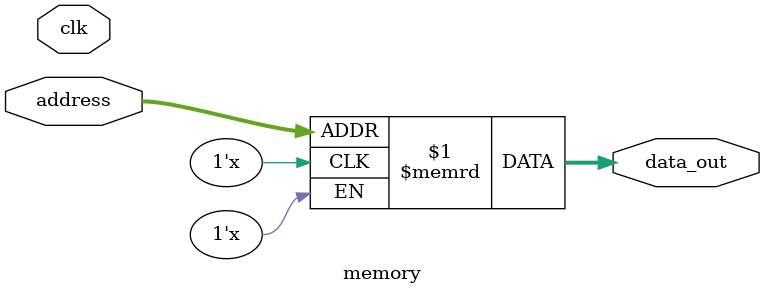
<source format=v>

module memory
#(
    parameter addresswidth  = 32,
    parameter depth         = 2**addresswidth,
    parameter width         = 32
)
(
    output wire [width-1:0]     data_out,
    input                       clk,
    input [addresswidth-1:0]    address
);

    reg [width-1:0] mem [depth-1:0];

    assign data_out = mem[address];
    // initial $readmemh(“/mem/instr.dat”, mem);

endmodule
</source>
